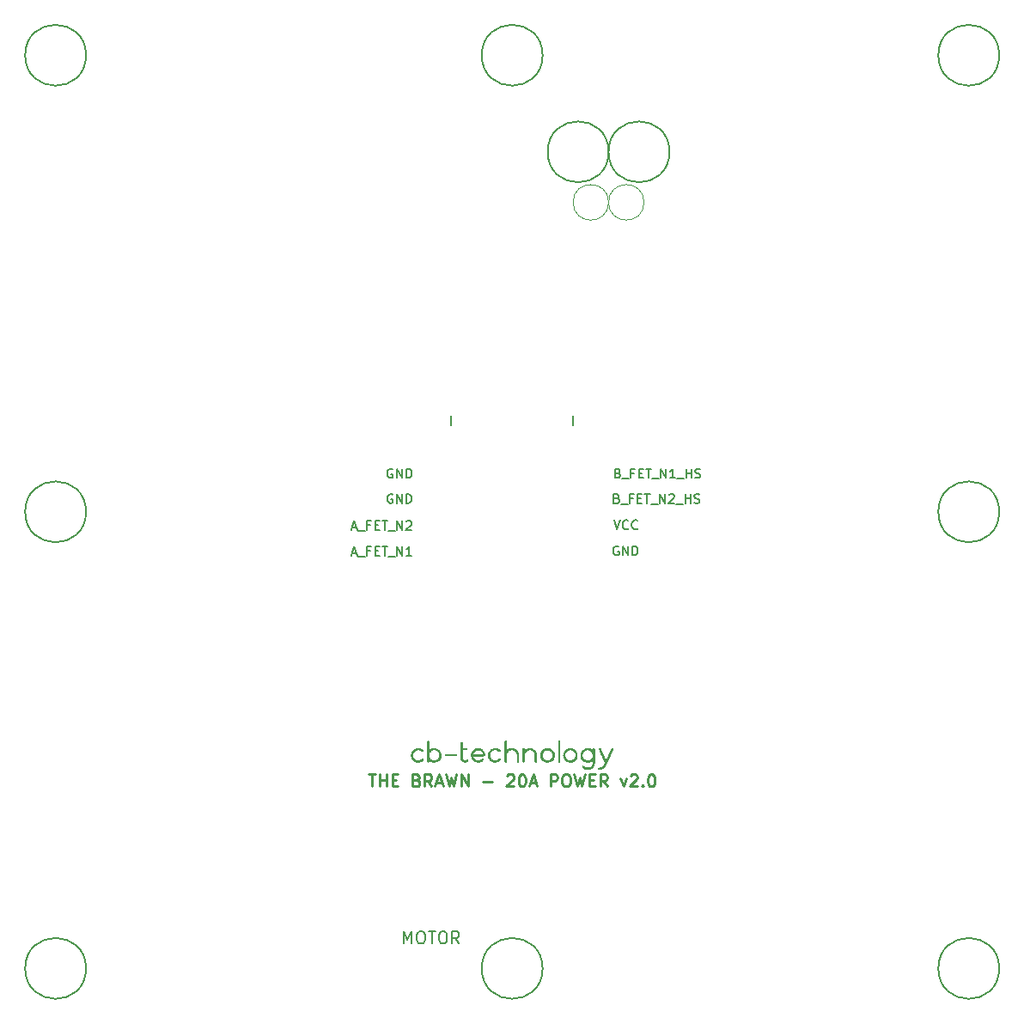
<source format=gbr>
%TF.GenerationSoftware,KiCad,Pcbnew,7.0.2-6a45011f42~172~ubuntu22.04.1*%
%TF.CreationDate,2023-05-30T13:32:28+12:00*%
%TF.ProjectId,THE_BRAWN-20A_POWER_FIXTURE,5448455f-4252-4415-974e-2d3230415f50,v1.0*%
%TF.SameCoordinates,Original*%
%TF.FileFunction,Legend,Top*%
%TF.FilePolarity,Positive*%
%FSLAX46Y46*%
G04 Gerber Fmt 4.6, Leading zero omitted, Abs format (unit mm)*
G04 Created by KiCad (PCBNEW 7.0.2-6a45011f42~172~ubuntu22.04.1) date 2023-05-30 13:32:28*
%MOMM*%
%LPD*%
G01*
G04 APERTURE LIST*
%ADD10C,0.150000*%
%ADD11C,0.200000*%
%ADD12C,0.250000*%
%ADD13C,0.120000*%
G04 APERTURE END LIST*
D10*
X214000000Y-130575000D02*
X214000000Y-131500000D01*
X226000000Y-130575000D02*
X226000000Y-131475000D01*
X230035714Y-140816357D02*
X230335714Y-141716357D01*
X230335714Y-141716357D02*
X230635714Y-140816357D01*
X231450000Y-141630642D02*
X231407143Y-141673500D01*
X231407143Y-141673500D02*
X231278571Y-141716357D01*
X231278571Y-141716357D02*
X231192857Y-141716357D01*
X231192857Y-141716357D02*
X231064286Y-141673500D01*
X231064286Y-141673500D02*
X230978571Y-141587785D01*
X230978571Y-141587785D02*
X230935714Y-141502071D01*
X230935714Y-141502071D02*
X230892857Y-141330642D01*
X230892857Y-141330642D02*
X230892857Y-141202071D01*
X230892857Y-141202071D02*
X230935714Y-141030642D01*
X230935714Y-141030642D02*
X230978571Y-140944928D01*
X230978571Y-140944928D02*
X231064286Y-140859214D01*
X231064286Y-140859214D02*
X231192857Y-140816357D01*
X231192857Y-140816357D02*
X231278571Y-140816357D01*
X231278571Y-140816357D02*
X231407143Y-140859214D01*
X231407143Y-140859214D02*
X231450000Y-140902071D01*
X232350000Y-141630642D02*
X232307143Y-141673500D01*
X232307143Y-141673500D02*
X232178571Y-141716357D01*
X232178571Y-141716357D02*
X232092857Y-141716357D01*
X232092857Y-141716357D02*
X231964286Y-141673500D01*
X231964286Y-141673500D02*
X231878571Y-141587785D01*
X231878571Y-141587785D02*
X231835714Y-141502071D01*
X231835714Y-141502071D02*
X231792857Y-141330642D01*
X231792857Y-141330642D02*
X231792857Y-141202071D01*
X231792857Y-141202071D02*
X231835714Y-141030642D01*
X231835714Y-141030642D02*
X231878571Y-140944928D01*
X231878571Y-140944928D02*
X231964286Y-140859214D01*
X231964286Y-140859214D02*
X232092857Y-140816357D01*
X232092857Y-140816357D02*
X232178571Y-140816357D01*
X232178571Y-140816357D02*
X232307143Y-140859214D01*
X232307143Y-140859214D02*
X232350000Y-140902071D01*
D11*
X209285714Y-182555142D02*
X209285714Y-181355142D01*
X209285714Y-181355142D02*
X209685714Y-182212285D01*
X209685714Y-182212285D02*
X210085714Y-181355142D01*
X210085714Y-181355142D02*
X210085714Y-182555142D01*
X210885714Y-181355142D02*
X211114286Y-181355142D01*
X211114286Y-181355142D02*
X211228571Y-181412285D01*
X211228571Y-181412285D02*
X211342857Y-181526571D01*
X211342857Y-181526571D02*
X211400000Y-181755142D01*
X211400000Y-181755142D02*
X211400000Y-182155142D01*
X211400000Y-182155142D02*
X211342857Y-182383714D01*
X211342857Y-182383714D02*
X211228571Y-182498000D01*
X211228571Y-182498000D02*
X211114286Y-182555142D01*
X211114286Y-182555142D02*
X210885714Y-182555142D01*
X210885714Y-182555142D02*
X210771429Y-182498000D01*
X210771429Y-182498000D02*
X210657143Y-182383714D01*
X210657143Y-182383714D02*
X210600000Y-182155142D01*
X210600000Y-182155142D02*
X210600000Y-181755142D01*
X210600000Y-181755142D02*
X210657143Y-181526571D01*
X210657143Y-181526571D02*
X210771429Y-181412285D01*
X210771429Y-181412285D02*
X210885714Y-181355142D01*
X211742857Y-181355142D02*
X212428572Y-181355142D01*
X212085714Y-182555142D02*
X212085714Y-181355142D01*
X213057143Y-181355142D02*
X213285715Y-181355142D01*
X213285715Y-181355142D02*
X213400000Y-181412285D01*
X213400000Y-181412285D02*
X213514286Y-181526571D01*
X213514286Y-181526571D02*
X213571429Y-181755142D01*
X213571429Y-181755142D02*
X213571429Y-182155142D01*
X213571429Y-182155142D02*
X213514286Y-182383714D01*
X213514286Y-182383714D02*
X213400000Y-182498000D01*
X213400000Y-182498000D02*
X213285715Y-182555142D01*
X213285715Y-182555142D02*
X213057143Y-182555142D01*
X213057143Y-182555142D02*
X212942858Y-182498000D01*
X212942858Y-182498000D02*
X212828572Y-182383714D01*
X212828572Y-182383714D02*
X212771429Y-182155142D01*
X212771429Y-182155142D02*
X212771429Y-181755142D01*
X212771429Y-181755142D02*
X212828572Y-181526571D01*
X212828572Y-181526571D02*
X212942858Y-181412285D01*
X212942858Y-181412285D02*
X213057143Y-181355142D01*
X214771429Y-182555142D02*
X214371429Y-181983714D01*
X214085715Y-182555142D02*
X214085715Y-181355142D01*
X214085715Y-181355142D02*
X214542858Y-181355142D01*
X214542858Y-181355142D02*
X214657143Y-181412285D01*
X214657143Y-181412285D02*
X214714286Y-181469428D01*
X214714286Y-181469428D02*
X214771429Y-181583714D01*
X214771429Y-181583714D02*
X214771429Y-181755142D01*
X214771429Y-181755142D02*
X214714286Y-181869428D01*
X214714286Y-181869428D02*
X214657143Y-181926571D01*
X214657143Y-181926571D02*
X214542858Y-181983714D01*
X214542858Y-181983714D02*
X214085715Y-181983714D01*
D10*
X230414285Y-136194928D02*
X230542857Y-136237785D01*
X230542857Y-136237785D02*
X230585714Y-136280642D01*
X230585714Y-136280642D02*
X230628571Y-136366357D01*
X230628571Y-136366357D02*
X230628571Y-136494928D01*
X230628571Y-136494928D02*
X230585714Y-136580642D01*
X230585714Y-136580642D02*
X230542857Y-136623500D01*
X230542857Y-136623500D02*
X230457142Y-136666357D01*
X230457142Y-136666357D02*
X230114285Y-136666357D01*
X230114285Y-136666357D02*
X230114285Y-135766357D01*
X230114285Y-135766357D02*
X230414285Y-135766357D01*
X230414285Y-135766357D02*
X230500000Y-135809214D01*
X230500000Y-135809214D02*
X230542857Y-135852071D01*
X230542857Y-135852071D02*
X230585714Y-135937785D01*
X230585714Y-135937785D02*
X230585714Y-136023500D01*
X230585714Y-136023500D02*
X230542857Y-136109214D01*
X230542857Y-136109214D02*
X230500000Y-136152071D01*
X230500000Y-136152071D02*
X230414285Y-136194928D01*
X230414285Y-136194928D02*
X230114285Y-136194928D01*
X230800000Y-136752071D02*
X231485714Y-136752071D01*
X231999999Y-136194928D02*
X231699999Y-136194928D01*
X231699999Y-136666357D02*
X231699999Y-135766357D01*
X231699999Y-135766357D02*
X232128571Y-135766357D01*
X232471428Y-136194928D02*
X232771428Y-136194928D01*
X232900000Y-136666357D02*
X232471428Y-136666357D01*
X232471428Y-136666357D02*
X232471428Y-135766357D01*
X232471428Y-135766357D02*
X232900000Y-135766357D01*
X233157143Y-135766357D02*
X233671429Y-135766357D01*
X233414286Y-136666357D02*
X233414286Y-135766357D01*
X233757143Y-136752071D02*
X234442857Y-136752071D01*
X234657142Y-136666357D02*
X234657142Y-135766357D01*
X234657142Y-135766357D02*
X235171428Y-136666357D01*
X235171428Y-136666357D02*
X235171428Y-135766357D01*
X236071428Y-136666357D02*
X235557142Y-136666357D01*
X235814285Y-136666357D02*
X235814285Y-135766357D01*
X235814285Y-135766357D02*
X235728571Y-135894928D01*
X235728571Y-135894928D02*
X235642856Y-135980642D01*
X235642856Y-135980642D02*
X235557142Y-136023500D01*
X236242857Y-136752071D02*
X236928571Y-136752071D01*
X237142856Y-136666357D02*
X237142856Y-135766357D01*
X237142856Y-136194928D02*
X237657142Y-136194928D01*
X237657142Y-136666357D02*
X237657142Y-135766357D01*
X238042856Y-136623500D02*
X238171428Y-136666357D01*
X238171428Y-136666357D02*
X238385713Y-136666357D01*
X238385713Y-136666357D02*
X238471428Y-136623500D01*
X238471428Y-136623500D02*
X238514285Y-136580642D01*
X238514285Y-136580642D02*
X238557142Y-136494928D01*
X238557142Y-136494928D02*
X238557142Y-136409214D01*
X238557142Y-136409214D02*
X238514285Y-136323500D01*
X238514285Y-136323500D02*
X238471428Y-136280642D01*
X238471428Y-136280642D02*
X238385713Y-136237785D01*
X238385713Y-136237785D02*
X238214285Y-136194928D01*
X238214285Y-136194928D02*
X238128570Y-136152071D01*
X238128570Y-136152071D02*
X238085713Y-136109214D01*
X238085713Y-136109214D02*
X238042856Y-136023500D01*
X238042856Y-136023500D02*
X238042856Y-135937785D01*
X238042856Y-135937785D02*
X238085713Y-135852071D01*
X238085713Y-135852071D02*
X238128570Y-135809214D01*
X238128570Y-135809214D02*
X238214285Y-135766357D01*
X238214285Y-135766357D02*
X238428570Y-135766357D01*
X238428570Y-135766357D02*
X238557142Y-135809214D01*
X204207142Y-144059214D02*
X204635714Y-144059214D01*
X204121428Y-144316357D02*
X204421428Y-143416357D01*
X204421428Y-143416357D02*
X204721428Y-144316357D01*
X204807143Y-144402071D02*
X205492857Y-144402071D01*
X206007142Y-143844928D02*
X205707142Y-143844928D01*
X205707142Y-144316357D02*
X205707142Y-143416357D01*
X205707142Y-143416357D02*
X206135714Y-143416357D01*
X206478571Y-143844928D02*
X206778571Y-143844928D01*
X206907143Y-144316357D02*
X206478571Y-144316357D01*
X206478571Y-144316357D02*
X206478571Y-143416357D01*
X206478571Y-143416357D02*
X206907143Y-143416357D01*
X207164286Y-143416357D02*
X207678572Y-143416357D01*
X207421429Y-144316357D02*
X207421429Y-143416357D01*
X207764286Y-144402071D02*
X208450000Y-144402071D01*
X208664285Y-144316357D02*
X208664285Y-143416357D01*
X208664285Y-143416357D02*
X209178571Y-144316357D01*
X209178571Y-144316357D02*
X209178571Y-143416357D01*
X210078571Y-144316357D02*
X209564285Y-144316357D01*
X209821428Y-144316357D02*
X209821428Y-143416357D01*
X209821428Y-143416357D02*
X209735714Y-143544928D01*
X209735714Y-143544928D02*
X209649999Y-143630642D01*
X209649999Y-143630642D02*
X209564285Y-143673500D01*
X230314285Y-138694928D02*
X230442857Y-138737785D01*
X230442857Y-138737785D02*
X230485714Y-138780642D01*
X230485714Y-138780642D02*
X230528571Y-138866357D01*
X230528571Y-138866357D02*
X230528571Y-138994928D01*
X230528571Y-138994928D02*
X230485714Y-139080642D01*
X230485714Y-139080642D02*
X230442857Y-139123500D01*
X230442857Y-139123500D02*
X230357142Y-139166357D01*
X230357142Y-139166357D02*
X230014285Y-139166357D01*
X230014285Y-139166357D02*
X230014285Y-138266357D01*
X230014285Y-138266357D02*
X230314285Y-138266357D01*
X230314285Y-138266357D02*
X230400000Y-138309214D01*
X230400000Y-138309214D02*
X230442857Y-138352071D01*
X230442857Y-138352071D02*
X230485714Y-138437785D01*
X230485714Y-138437785D02*
X230485714Y-138523500D01*
X230485714Y-138523500D02*
X230442857Y-138609214D01*
X230442857Y-138609214D02*
X230400000Y-138652071D01*
X230400000Y-138652071D02*
X230314285Y-138694928D01*
X230314285Y-138694928D02*
X230014285Y-138694928D01*
X230700000Y-139252071D02*
X231385714Y-139252071D01*
X231899999Y-138694928D02*
X231599999Y-138694928D01*
X231599999Y-139166357D02*
X231599999Y-138266357D01*
X231599999Y-138266357D02*
X232028571Y-138266357D01*
X232371428Y-138694928D02*
X232671428Y-138694928D01*
X232800000Y-139166357D02*
X232371428Y-139166357D01*
X232371428Y-139166357D02*
X232371428Y-138266357D01*
X232371428Y-138266357D02*
X232800000Y-138266357D01*
X233057143Y-138266357D02*
X233571429Y-138266357D01*
X233314286Y-139166357D02*
X233314286Y-138266357D01*
X233657143Y-139252071D02*
X234342857Y-139252071D01*
X234557142Y-139166357D02*
X234557142Y-138266357D01*
X234557142Y-138266357D02*
X235071428Y-139166357D01*
X235071428Y-139166357D02*
X235071428Y-138266357D01*
X235457142Y-138352071D02*
X235499999Y-138309214D01*
X235499999Y-138309214D02*
X235585714Y-138266357D01*
X235585714Y-138266357D02*
X235799999Y-138266357D01*
X235799999Y-138266357D02*
X235885714Y-138309214D01*
X235885714Y-138309214D02*
X235928571Y-138352071D01*
X235928571Y-138352071D02*
X235971428Y-138437785D01*
X235971428Y-138437785D02*
X235971428Y-138523500D01*
X235971428Y-138523500D02*
X235928571Y-138652071D01*
X235928571Y-138652071D02*
X235414285Y-139166357D01*
X235414285Y-139166357D02*
X235971428Y-139166357D01*
X236142857Y-139252071D02*
X236828571Y-139252071D01*
X237042856Y-139166357D02*
X237042856Y-138266357D01*
X237042856Y-138694928D02*
X237557142Y-138694928D01*
X237557142Y-139166357D02*
X237557142Y-138266357D01*
X237942856Y-139123500D02*
X238071428Y-139166357D01*
X238071428Y-139166357D02*
X238285713Y-139166357D01*
X238285713Y-139166357D02*
X238371428Y-139123500D01*
X238371428Y-139123500D02*
X238414285Y-139080642D01*
X238414285Y-139080642D02*
X238457142Y-138994928D01*
X238457142Y-138994928D02*
X238457142Y-138909214D01*
X238457142Y-138909214D02*
X238414285Y-138823500D01*
X238414285Y-138823500D02*
X238371428Y-138780642D01*
X238371428Y-138780642D02*
X238285713Y-138737785D01*
X238285713Y-138737785D02*
X238114285Y-138694928D01*
X238114285Y-138694928D02*
X238028570Y-138652071D01*
X238028570Y-138652071D02*
X237985713Y-138609214D01*
X237985713Y-138609214D02*
X237942856Y-138523500D01*
X237942856Y-138523500D02*
X237942856Y-138437785D01*
X237942856Y-138437785D02*
X237985713Y-138352071D01*
X237985713Y-138352071D02*
X238028570Y-138309214D01*
X238028570Y-138309214D02*
X238114285Y-138266357D01*
X238114285Y-138266357D02*
X238328570Y-138266357D01*
X238328570Y-138266357D02*
X238457142Y-138309214D01*
X204207142Y-141509214D02*
X204635714Y-141509214D01*
X204121428Y-141766357D02*
X204421428Y-140866357D01*
X204421428Y-140866357D02*
X204721428Y-141766357D01*
X204807143Y-141852071D02*
X205492857Y-141852071D01*
X206007142Y-141294928D02*
X205707142Y-141294928D01*
X205707142Y-141766357D02*
X205707142Y-140866357D01*
X205707142Y-140866357D02*
X206135714Y-140866357D01*
X206478571Y-141294928D02*
X206778571Y-141294928D01*
X206907143Y-141766357D02*
X206478571Y-141766357D01*
X206478571Y-141766357D02*
X206478571Y-140866357D01*
X206478571Y-140866357D02*
X206907143Y-140866357D01*
X207164286Y-140866357D02*
X207678572Y-140866357D01*
X207421429Y-141766357D02*
X207421429Y-140866357D01*
X207764286Y-141852071D02*
X208450000Y-141852071D01*
X208664285Y-141766357D02*
X208664285Y-140866357D01*
X208664285Y-140866357D02*
X209178571Y-141766357D01*
X209178571Y-141766357D02*
X209178571Y-140866357D01*
X209564285Y-140952071D02*
X209607142Y-140909214D01*
X209607142Y-140909214D02*
X209692857Y-140866357D01*
X209692857Y-140866357D02*
X209907142Y-140866357D01*
X209907142Y-140866357D02*
X209992857Y-140909214D01*
X209992857Y-140909214D02*
X210035714Y-140952071D01*
X210035714Y-140952071D02*
X210078571Y-141037785D01*
X210078571Y-141037785D02*
X210078571Y-141123500D01*
X210078571Y-141123500D02*
X210035714Y-141252071D01*
X210035714Y-141252071D02*
X209521428Y-141766357D01*
X209521428Y-141766357D02*
X210078571Y-141766357D01*
X208192857Y-138309214D02*
X208107143Y-138266357D01*
X208107143Y-138266357D02*
X207978571Y-138266357D01*
X207978571Y-138266357D02*
X207850000Y-138309214D01*
X207850000Y-138309214D02*
X207764285Y-138394928D01*
X207764285Y-138394928D02*
X207721428Y-138480642D01*
X207721428Y-138480642D02*
X207678571Y-138652071D01*
X207678571Y-138652071D02*
X207678571Y-138780642D01*
X207678571Y-138780642D02*
X207721428Y-138952071D01*
X207721428Y-138952071D02*
X207764285Y-139037785D01*
X207764285Y-139037785D02*
X207850000Y-139123500D01*
X207850000Y-139123500D02*
X207978571Y-139166357D01*
X207978571Y-139166357D02*
X208064285Y-139166357D01*
X208064285Y-139166357D02*
X208192857Y-139123500D01*
X208192857Y-139123500D02*
X208235714Y-139080642D01*
X208235714Y-139080642D02*
X208235714Y-138780642D01*
X208235714Y-138780642D02*
X208064285Y-138780642D01*
X208621428Y-139166357D02*
X208621428Y-138266357D01*
X208621428Y-138266357D02*
X209135714Y-139166357D01*
X209135714Y-139166357D02*
X209135714Y-138266357D01*
X209564285Y-139166357D02*
X209564285Y-138266357D01*
X209564285Y-138266357D02*
X209778571Y-138266357D01*
X209778571Y-138266357D02*
X209907142Y-138309214D01*
X209907142Y-138309214D02*
X209992857Y-138394928D01*
X209992857Y-138394928D02*
X210035714Y-138480642D01*
X210035714Y-138480642D02*
X210078571Y-138652071D01*
X210078571Y-138652071D02*
X210078571Y-138780642D01*
X210078571Y-138780642D02*
X210035714Y-138952071D01*
X210035714Y-138952071D02*
X209992857Y-139037785D01*
X209992857Y-139037785D02*
X209907142Y-139123500D01*
X209907142Y-139123500D02*
X209778571Y-139166357D01*
X209778571Y-139166357D02*
X209564285Y-139166357D01*
X208192857Y-135809214D02*
X208107143Y-135766357D01*
X208107143Y-135766357D02*
X207978571Y-135766357D01*
X207978571Y-135766357D02*
X207850000Y-135809214D01*
X207850000Y-135809214D02*
X207764285Y-135894928D01*
X207764285Y-135894928D02*
X207721428Y-135980642D01*
X207721428Y-135980642D02*
X207678571Y-136152071D01*
X207678571Y-136152071D02*
X207678571Y-136280642D01*
X207678571Y-136280642D02*
X207721428Y-136452071D01*
X207721428Y-136452071D02*
X207764285Y-136537785D01*
X207764285Y-136537785D02*
X207850000Y-136623500D01*
X207850000Y-136623500D02*
X207978571Y-136666357D01*
X207978571Y-136666357D02*
X208064285Y-136666357D01*
X208064285Y-136666357D02*
X208192857Y-136623500D01*
X208192857Y-136623500D02*
X208235714Y-136580642D01*
X208235714Y-136580642D02*
X208235714Y-136280642D01*
X208235714Y-136280642D02*
X208064285Y-136280642D01*
X208621428Y-136666357D02*
X208621428Y-135766357D01*
X208621428Y-135766357D02*
X209135714Y-136666357D01*
X209135714Y-136666357D02*
X209135714Y-135766357D01*
X209564285Y-136666357D02*
X209564285Y-135766357D01*
X209564285Y-135766357D02*
X209778571Y-135766357D01*
X209778571Y-135766357D02*
X209907142Y-135809214D01*
X209907142Y-135809214D02*
X209992857Y-135894928D01*
X209992857Y-135894928D02*
X210035714Y-135980642D01*
X210035714Y-135980642D02*
X210078571Y-136152071D01*
X210078571Y-136152071D02*
X210078571Y-136280642D01*
X210078571Y-136280642D02*
X210035714Y-136452071D01*
X210035714Y-136452071D02*
X209992857Y-136537785D01*
X209992857Y-136537785D02*
X209907142Y-136623500D01*
X209907142Y-136623500D02*
X209778571Y-136666357D01*
X209778571Y-136666357D02*
X209564285Y-136666357D01*
D12*
X205828570Y-165855142D02*
X206514285Y-165855142D01*
X206171427Y-167055142D02*
X206171427Y-165855142D01*
X206914285Y-167055142D02*
X206914285Y-165855142D01*
X206914285Y-166426571D02*
X207599999Y-166426571D01*
X207599999Y-167055142D02*
X207599999Y-165855142D01*
X208171428Y-166426571D02*
X208571428Y-166426571D01*
X208742856Y-167055142D02*
X208171428Y-167055142D01*
X208171428Y-167055142D02*
X208171428Y-165855142D01*
X208171428Y-165855142D02*
X208742856Y-165855142D01*
X210571428Y-166426571D02*
X210742856Y-166483714D01*
X210742856Y-166483714D02*
X210799999Y-166540857D01*
X210799999Y-166540857D02*
X210857142Y-166655142D01*
X210857142Y-166655142D02*
X210857142Y-166826571D01*
X210857142Y-166826571D02*
X210799999Y-166940857D01*
X210799999Y-166940857D02*
X210742856Y-166998000D01*
X210742856Y-166998000D02*
X210628571Y-167055142D01*
X210628571Y-167055142D02*
X210171428Y-167055142D01*
X210171428Y-167055142D02*
X210171428Y-165855142D01*
X210171428Y-165855142D02*
X210571428Y-165855142D01*
X210571428Y-165855142D02*
X210685714Y-165912285D01*
X210685714Y-165912285D02*
X210742856Y-165969428D01*
X210742856Y-165969428D02*
X210799999Y-166083714D01*
X210799999Y-166083714D02*
X210799999Y-166198000D01*
X210799999Y-166198000D02*
X210742856Y-166312285D01*
X210742856Y-166312285D02*
X210685714Y-166369428D01*
X210685714Y-166369428D02*
X210571428Y-166426571D01*
X210571428Y-166426571D02*
X210171428Y-166426571D01*
X212057142Y-167055142D02*
X211657142Y-166483714D01*
X211371428Y-167055142D02*
X211371428Y-165855142D01*
X211371428Y-165855142D02*
X211828571Y-165855142D01*
X211828571Y-165855142D02*
X211942856Y-165912285D01*
X211942856Y-165912285D02*
X211999999Y-165969428D01*
X211999999Y-165969428D02*
X212057142Y-166083714D01*
X212057142Y-166083714D02*
X212057142Y-166255142D01*
X212057142Y-166255142D02*
X211999999Y-166369428D01*
X211999999Y-166369428D02*
X211942856Y-166426571D01*
X211942856Y-166426571D02*
X211828571Y-166483714D01*
X211828571Y-166483714D02*
X211371428Y-166483714D01*
X212514285Y-166712285D02*
X213085714Y-166712285D01*
X212399999Y-167055142D02*
X212799999Y-165855142D01*
X212799999Y-165855142D02*
X213199999Y-167055142D01*
X213485713Y-165855142D02*
X213771427Y-167055142D01*
X213771427Y-167055142D02*
X213999999Y-166198000D01*
X213999999Y-166198000D02*
X214228570Y-167055142D01*
X214228570Y-167055142D02*
X214514285Y-165855142D01*
X214971428Y-167055142D02*
X214971428Y-165855142D01*
X214971428Y-165855142D02*
X215657142Y-167055142D01*
X215657142Y-167055142D02*
X215657142Y-165855142D01*
X217142857Y-166598000D02*
X218057143Y-166598000D01*
X219485714Y-165969428D02*
X219542857Y-165912285D01*
X219542857Y-165912285D02*
X219657143Y-165855142D01*
X219657143Y-165855142D02*
X219942857Y-165855142D01*
X219942857Y-165855142D02*
X220057143Y-165912285D01*
X220057143Y-165912285D02*
X220114285Y-165969428D01*
X220114285Y-165969428D02*
X220171428Y-166083714D01*
X220171428Y-166083714D02*
X220171428Y-166198000D01*
X220171428Y-166198000D02*
X220114285Y-166369428D01*
X220114285Y-166369428D02*
X219428571Y-167055142D01*
X219428571Y-167055142D02*
X220171428Y-167055142D01*
X220914285Y-165855142D02*
X221028571Y-165855142D01*
X221028571Y-165855142D02*
X221142857Y-165912285D01*
X221142857Y-165912285D02*
X221200000Y-165969428D01*
X221200000Y-165969428D02*
X221257142Y-166083714D01*
X221257142Y-166083714D02*
X221314285Y-166312285D01*
X221314285Y-166312285D02*
X221314285Y-166598000D01*
X221314285Y-166598000D02*
X221257142Y-166826571D01*
X221257142Y-166826571D02*
X221200000Y-166940857D01*
X221200000Y-166940857D02*
X221142857Y-166998000D01*
X221142857Y-166998000D02*
X221028571Y-167055142D01*
X221028571Y-167055142D02*
X220914285Y-167055142D01*
X220914285Y-167055142D02*
X220800000Y-166998000D01*
X220800000Y-166998000D02*
X220742857Y-166940857D01*
X220742857Y-166940857D02*
X220685714Y-166826571D01*
X220685714Y-166826571D02*
X220628571Y-166598000D01*
X220628571Y-166598000D02*
X220628571Y-166312285D01*
X220628571Y-166312285D02*
X220685714Y-166083714D01*
X220685714Y-166083714D02*
X220742857Y-165969428D01*
X220742857Y-165969428D02*
X220800000Y-165912285D01*
X220800000Y-165912285D02*
X220914285Y-165855142D01*
X221771428Y-166712285D02*
X222342857Y-166712285D01*
X221657142Y-167055142D02*
X222057142Y-165855142D01*
X222057142Y-165855142D02*
X222457142Y-167055142D01*
X223771428Y-167055142D02*
X223771428Y-165855142D01*
X223771428Y-165855142D02*
X224228571Y-165855142D01*
X224228571Y-165855142D02*
X224342856Y-165912285D01*
X224342856Y-165912285D02*
X224399999Y-165969428D01*
X224399999Y-165969428D02*
X224457142Y-166083714D01*
X224457142Y-166083714D02*
X224457142Y-166255142D01*
X224457142Y-166255142D02*
X224399999Y-166369428D01*
X224399999Y-166369428D02*
X224342856Y-166426571D01*
X224342856Y-166426571D02*
X224228571Y-166483714D01*
X224228571Y-166483714D02*
X223771428Y-166483714D01*
X225199999Y-165855142D02*
X225428571Y-165855142D01*
X225428571Y-165855142D02*
X225542856Y-165912285D01*
X225542856Y-165912285D02*
X225657142Y-166026571D01*
X225657142Y-166026571D02*
X225714285Y-166255142D01*
X225714285Y-166255142D02*
X225714285Y-166655142D01*
X225714285Y-166655142D02*
X225657142Y-166883714D01*
X225657142Y-166883714D02*
X225542856Y-166998000D01*
X225542856Y-166998000D02*
X225428571Y-167055142D01*
X225428571Y-167055142D02*
X225199999Y-167055142D01*
X225199999Y-167055142D02*
X225085714Y-166998000D01*
X225085714Y-166998000D02*
X224971428Y-166883714D01*
X224971428Y-166883714D02*
X224914285Y-166655142D01*
X224914285Y-166655142D02*
X224914285Y-166255142D01*
X224914285Y-166255142D02*
X224971428Y-166026571D01*
X224971428Y-166026571D02*
X225085714Y-165912285D01*
X225085714Y-165912285D02*
X225199999Y-165855142D01*
X226114285Y-165855142D02*
X226399999Y-167055142D01*
X226399999Y-167055142D02*
X226628571Y-166198000D01*
X226628571Y-166198000D02*
X226857142Y-167055142D01*
X226857142Y-167055142D02*
X227142857Y-165855142D01*
X227600000Y-166426571D02*
X228000000Y-166426571D01*
X228171428Y-167055142D02*
X227600000Y-167055142D01*
X227600000Y-167055142D02*
X227600000Y-165855142D01*
X227600000Y-165855142D02*
X228171428Y-165855142D01*
X229371428Y-167055142D02*
X228971428Y-166483714D01*
X228685714Y-167055142D02*
X228685714Y-165855142D01*
X228685714Y-165855142D02*
X229142857Y-165855142D01*
X229142857Y-165855142D02*
X229257142Y-165912285D01*
X229257142Y-165912285D02*
X229314285Y-165969428D01*
X229314285Y-165969428D02*
X229371428Y-166083714D01*
X229371428Y-166083714D02*
X229371428Y-166255142D01*
X229371428Y-166255142D02*
X229314285Y-166369428D01*
X229314285Y-166369428D02*
X229257142Y-166426571D01*
X229257142Y-166426571D02*
X229142857Y-166483714D01*
X229142857Y-166483714D02*
X228685714Y-166483714D01*
X230685714Y-166255142D02*
X230971428Y-167055142D01*
X230971428Y-167055142D02*
X231257143Y-166255142D01*
X231657143Y-165969428D02*
X231714286Y-165912285D01*
X231714286Y-165912285D02*
X231828572Y-165855142D01*
X231828572Y-165855142D02*
X232114286Y-165855142D01*
X232114286Y-165855142D02*
X232228572Y-165912285D01*
X232228572Y-165912285D02*
X232285714Y-165969428D01*
X232285714Y-165969428D02*
X232342857Y-166083714D01*
X232342857Y-166083714D02*
X232342857Y-166198000D01*
X232342857Y-166198000D02*
X232285714Y-166369428D01*
X232285714Y-166369428D02*
X231600000Y-167055142D01*
X231600000Y-167055142D02*
X232342857Y-167055142D01*
X232857143Y-166940857D02*
X232914286Y-166998000D01*
X232914286Y-166998000D02*
X232857143Y-167055142D01*
X232857143Y-167055142D02*
X232800000Y-166998000D01*
X232800000Y-166998000D02*
X232857143Y-166940857D01*
X232857143Y-166940857D02*
X232857143Y-167055142D01*
X233657143Y-165855142D02*
X233771429Y-165855142D01*
X233771429Y-165855142D02*
X233885715Y-165912285D01*
X233885715Y-165912285D02*
X233942858Y-165969428D01*
X233942858Y-165969428D02*
X234000000Y-166083714D01*
X234000000Y-166083714D02*
X234057143Y-166312285D01*
X234057143Y-166312285D02*
X234057143Y-166598000D01*
X234057143Y-166598000D02*
X234000000Y-166826571D01*
X234000000Y-166826571D02*
X233942858Y-166940857D01*
X233942858Y-166940857D02*
X233885715Y-166998000D01*
X233885715Y-166998000D02*
X233771429Y-167055142D01*
X233771429Y-167055142D02*
X233657143Y-167055142D01*
X233657143Y-167055142D02*
X233542858Y-166998000D01*
X233542858Y-166998000D02*
X233485715Y-166940857D01*
X233485715Y-166940857D02*
X233428572Y-166826571D01*
X233428572Y-166826571D02*
X233371429Y-166598000D01*
X233371429Y-166598000D02*
X233371429Y-166312285D01*
X233371429Y-166312285D02*
X233428572Y-166083714D01*
X233428572Y-166083714D02*
X233485715Y-165969428D01*
X233485715Y-165969428D02*
X233542858Y-165912285D01*
X233542858Y-165912285D02*
X233657143Y-165855142D01*
D10*
X230485714Y-143409214D02*
X230400000Y-143366357D01*
X230400000Y-143366357D02*
X230271428Y-143366357D01*
X230271428Y-143366357D02*
X230142857Y-143409214D01*
X230142857Y-143409214D02*
X230057142Y-143494928D01*
X230057142Y-143494928D02*
X230014285Y-143580642D01*
X230014285Y-143580642D02*
X229971428Y-143752071D01*
X229971428Y-143752071D02*
X229971428Y-143880642D01*
X229971428Y-143880642D02*
X230014285Y-144052071D01*
X230014285Y-144052071D02*
X230057142Y-144137785D01*
X230057142Y-144137785D02*
X230142857Y-144223500D01*
X230142857Y-144223500D02*
X230271428Y-144266357D01*
X230271428Y-144266357D02*
X230357142Y-144266357D01*
X230357142Y-144266357D02*
X230485714Y-144223500D01*
X230485714Y-144223500D02*
X230528571Y-144180642D01*
X230528571Y-144180642D02*
X230528571Y-143880642D01*
X230528571Y-143880642D02*
X230357142Y-143880642D01*
X230914285Y-144266357D02*
X230914285Y-143366357D01*
X230914285Y-143366357D02*
X231428571Y-144266357D01*
X231428571Y-144266357D02*
X231428571Y-143366357D01*
X231857142Y-144266357D02*
X231857142Y-143366357D01*
X231857142Y-143366357D02*
X232071428Y-143366357D01*
X232071428Y-143366357D02*
X232199999Y-143409214D01*
X232199999Y-143409214D02*
X232285714Y-143494928D01*
X232285714Y-143494928D02*
X232328571Y-143580642D01*
X232328571Y-143580642D02*
X232371428Y-143752071D01*
X232371428Y-143752071D02*
X232371428Y-143880642D01*
X232371428Y-143880642D02*
X232328571Y-144052071D01*
X232328571Y-144052071D02*
X232285714Y-144137785D01*
X232285714Y-144137785D02*
X232199999Y-144223500D01*
X232199999Y-144223500D02*
X232071428Y-144266357D01*
X232071428Y-144266357D02*
X231857142Y-144266357D01*
%TO.C,M3*%
X268000000Y-185000000D02*
G75*
G03*
X268000000Y-185000000I-3000000J0D01*
G01*
%TO.C,M5*%
X178000000Y-95000000D02*
G75*
G03*
X178000000Y-95000000I-3000000J0D01*
G01*
%TO.C,M6*%
X268000000Y-140000000D02*
G75*
G03*
X268000000Y-140000000I-3000000J0D01*
G01*
%TO.C,M11*%
X235500000Y-104525000D02*
G75*
G03*
X235500000Y-104525000I-3000000J0D01*
G01*
%TO.C,G\u002A\u002A\u002A*%
G36*
X214549223Y-163894627D02*
G01*
X214576902Y-163920566D01*
X214594516Y-163953913D01*
X214600663Y-163991975D01*
X214600653Y-163993348D01*
X214594299Y-164031109D01*
X214576036Y-164063200D01*
X214553631Y-164084478D01*
X214529198Y-164103117D01*
X213989808Y-164104570D01*
X213892432Y-164104824D01*
X213807468Y-164105013D01*
X213734025Y-164105120D01*
X213671211Y-164105126D01*
X213618134Y-164105013D01*
X213573900Y-164104763D01*
X213537619Y-164104358D01*
X213508397Y-164103779D01*
X213485343Y-164103009D01*
X213467564Y-164102029D01*
X213454169Y-164100820D01*
X213444264Y-164099366D01*
X213436958Y-164097647D01*
X213431358Y-164095645D01*
X213426573Y-164093342D01*
X213426071Y-164093077D01*
X213395775Y-164070330D01*
X213375536Y-164041277D01*
X213365396Y-164008372D01*
X213365399Y-163974072D01*
X213375588Y-163940833D01*
X213396006Y-163911109D01*
X213422483Y-163889802D01*
X213426702Y-163887478D01*
X213431752Y-163885451D01*
X213438519Y-163883702D01*
X213447891Y-163882209D01*
X213460756Y-163880953D01*
X213477999Y-163879914D01*
X213500508Y-163879070D01*
X213529170Y-163878402D01*
X213564872Y-163877888D01*
X213608502Y-163877510D01*
X213660945Y-163877246D01*
X213723090Y-163877076D01*
X213795823Y-163876979D01*
X213880032Y-163876936D01*
X213976603Y-163876926D01*
X214522475Y-163876926D01*
X214549223Y-163894627D01*
G37*
G36*
X224667009Y-162552626D02*
G01*
X224691792Y-162562490D01*
X224716932Y-162580840D01*
X224737853Y-162603804D01*
X224747690Y-162620911D01*
X224749019Y-162630702D01*
X224750252Y-162652890D01*
X224751391Y-162686572D01*
X224752436Y-162730843D01*
X224753387Y-162784802D01*
X224754244Y-162847545D01*
X224755006Y-162918169D01*
X224755675Y-162995770D01*
X224756249Y-163079446D01*
X224756730Y-163168293D01*
X224757117Y-163261408D01*
X224757411Y-163357888D01*
X224757610Y-163456830D01*
X224757717Y-163557330D01*
X224757729Y-163658486D01*
X224757649Y-163759394D01*
X224757475Y-163859151D01*
X224757208Y-163956853D01*
X224756847Y-164051598D01*
X224756394Y-164142483D01*
X224755847Y-164228604D01*
X224755208Y-164309058D01*
X224754476Y-164382941D01*
X224753651Y-164449352D01*
X224752734Y-164507386D01*
X224751723Y-164556140D01*
X224750621Y-164594711D01*
X224749425Y-164622197D01*
X224748138Y-164637693D01*
X224747519Y-164640536D01*
X224727024Y-164673113D01*
X224698827Y-164696036D01*
X224665218Y-164708435D01*
X224628487Y-164709441D01*
X224593029Y-164699163D01*
X224562671Y-164678668D01*
X224541406Y-164648703D01*
X224530818Y-164618036D01*
X224529731Y-164606478D01*
X224528762Y-164581619D01*
X224527912Y-164543461D01*
X224527180Y-164492008D01*
X224526567Y-164427263D01*
X224526072Y-164349230D01*
X224525696Y-164257912D01*
X224525438Y-164153313D01*
X224525298Y-164035435D01*
X224525277Y-163904282D01*
X224525374Y-163759858D01*
X224525570Y-163614144D01*
X224525789Y-163481217D01*
X224525996Y-163360944D01*
X224526201Y-163252672D01*
X224526416Y-163155750D01*
X224526649Y-163069524D01*
X224526911Y-162993344D01*
X224527212Y-162926557D01*
X224527562Y-162868512D01*
X224527971Y-162818555D01*
X224528449Y-162776036D01*
X224529006Y-162740302D01*
X224529653Y-162710701D01*
X224530399Y-162686581D01*
X224531255Y-162667291D01*
X224532230Y-162652177D01*
X224533335Y-162640588D01*
X224534579Y-162631873D01*
X224535973Y-162625378D01*
X224537528Y-162620452D01*
X224539252Y-162616444D01*
X224541045Y-162612913D01*
X224564005Y-162582399D01*
X224594780Y-162561457D01*
X224630834Y-162551302D01*
X224667009Y-162552626D01*
G37*
G36*
X223617816Y-163282241D02*
G01*
X223709741Y-163304680D01*
X223797093Y-163339587D01*
X223879693Y-163386897D01*
X223957358Y-163446549D01*
X223983860Y-163470827D01*
X224033789Y-163521897D01*
X224074508Y-163571422D01*
X224108938Y-163623319D01*
X224137974Y-163677345D01*
X224173321Y-163764163D01*
X224196742Y-163855064D01*
X224208229Y-163948356D01*
X224207775Y-164042350D01*
X224195370Y-164135354D01*
X224171007Y-164225679D01*
X224141015Y-164298826D01*
X224092985Y-164383845D01*
X224034977Y-164460905D01*
X223967997Y-164529203D01*
X223893049Y-164587938D01*
X223811139Y-164636310D01*
X223723273Y-164673516D01*
X223642455Y-164696247D01*
X223601539Y-164702814D01*
X223552042Y-164707128D01*
X223498372Y-164709116D01*
X223444937Y-164708703D01*
X223396147Y-164705816D01*
X223359653Y-164701004D01*
X223265316Y-164676894D01*
X223176176Y-164640755D01*
X223092969Y-164593097D01*
X223016432Y-164534426D01*
X222947303Y-164465251D01*
X222886317Y-164386080D01*
X222872934Y-164365582D01*
X222830081Y-164285609D01*
X222798576Y-164200410D01*
X222778354Y-164111550D01*
X222769348Y-164020592D01*
X222770398Y-163975801D01*
X223000412Y-163975801D01*
X223003691Y-164050116D01*
X223016748Y-164122189D01*
X223039418Y-164188545D01*
X223040916Y-164191906D01*
X223077747Y-164258187D01*
X223124960Y-164318580D01*
X223180748Y-164371539D01*
X223243302Y-164415518D01*
X223310814Y-164448974D01*
X223361139Y-164465589D01*
X223407915Y-164474237D01*
X223462148Y-164478507D01*
X223518727Y-164478389D01*
X223572539Y-164473872D01*
X223614039Y-164466125D01*
X223686278Y-164440943D01*
X223753658Y-164404234D01*
X223814790Y-164357313D01*
X223868285Y-164301498D01*
X223912753Y-164238107D01*
X223946805Y-164168455D01*
X223956423Y-164141557D01*
X223970525Y-164081940D01*
X223977224Y-164016213D01*
X223976342Y-163949440D01*
X223967700Y-163886685D01*
X223965701Y-163877839D01*
X223941121Y-163803103D01*
X223904880Y-163733345D01*
X223858163Y-163670082D01*
X223802159Y-163614828D01*
X223738051Y-163569101D01*
X223713405Y-163555360D01*
X223666015Y-163533383D01*
X223620035Y-163518208D01*
X223570597Y-163508552D01*
X223515829Y-163503314D01*
X223446243Y-163503793D01*
X223378089Y-163513254D01*
X223315667Y-163531036D01*
X223303064Y-163536026D01*
X223236726Y-163570656D01*
X223175241Y-163616080D01*
X223120442Y-163670339D01*
X223074162Y-163731475D01*
X223038233Y-163797531D01*
X223023853Y-163834340D01*
X223007078Y-163902718D01*
X223000412Y-163975801D01*
X222770398Y-163975801D01*
X222771493Y-163929102D01*
X222784721Y-163838642D01*
X222808966Y-163750778D01*
X222844162Y-163667073D01*
X222890244Y-163589091D01*
X222906796Y-163566234D01*
X222972447Y-163490016D01*
X223045230Y-163424525D01*
X223124426Y-163370168D01*
X223209314Y-163327354D01*
X223299174Y-163296491D01*
X223393287Y-163277986D01*
X223420973Y-163275015D01*
X223521500Y-163272332D01*
X223617816Y-163282241D01*
G37*
G36*
X225835645Y-163278731D02*
G01*
X225926326Y-163295069D01*
X226011087Y-163322834D01*
X226091019Y-163362464D01*
X226167215Y-163414396D01*
X226233305Y-163471828D01*
X226299478Y-163542322D01*
X226353137Y-163615310D01*
X226395041Y-163692337D01*
X226425947Y-163774947D01*
X226446615Y-163864685D01*
X226454385Y-163922303D01*
X226457778Y-164017973D01*
X226448389Y-164111942D01*
X226426727Y-164203152D01*
X226393299Y-164290543D01*
X226348616Y-164373055D01*
X226293185Y-164449628D01*
X226227513Y-164519204D01*
X226152111Y-164580721D01*
X226131782Y-164594729D01*
X226050054Y-164641217D01*
X225962525Y-164676169D01*
X225870462Y-164699319D01*
X225775136Y-164710402D01*
X225677814Y-164709152D01*
X225617934Y-164702208D01*
X225526524Y-164681335D01*
X225439041Y-164647853D01*
X225355931Y-164601994D01*
X225277639Y-164543991D01*
X225228886Y-164499233D01*
X225163958Y-164425626D01*
X225110622Y-164345927D01*
X225069091Y-164260940D01*
X225039581Y-164171467D01*
X225022303Y-164078312D01*
X225019511Y-164022804D01*
X225249697Y-164022804D01*
X225256599Y-164084298D01*
X225261408Y-164106650D01*
X225286577Y-164181254D01*
X225322727Y-164250334D01*
X225368659Y-164312653D01*
X225423170Y-164366972D01*
X225485061Y-164412054D01*
X225553129Y-164446661D01*
X225609658Y-164465565D01*
X225656541Y-164474234D01*
X225710869Y-164478511D01*
X225767524Y-164478384D01*
X225821387Y-164473843D01*
X225862651Y-164466125D01*
X225935572Y-164440762D01*
X226003327Y-164403881D01*
X226064635Y-164356691D01*
X226118215Y-164300400D01*
X226162788Y-164236214D01*
X226197074Y-164165343D01*
X226205136Y-164143033D01*
X226212200Y-164120705D01*
X226217121Y-164100980D01*
X226220285Y-164080573D01*
X226222075Y-164056195D01*
X226222879Y-164024560D01*
X226223074Y-163990021D01*
X226222953Y-163950283D01*
X226222195Y-163920619D01*
X226220408Y-163897799D01*
X226217205Y-163878593D01*
X226212194Y-163859773D01*
X226204988Y-163838108D01*
X226204626Y-163837073D01*
X226172217Y-163763518D01*
X226129606Y-163697285D01*
X226077973Y-163639225D01*
X226018495Y-163590185D01*
X225952351Y-163551015D01*
X225880720Y-163522562D01*
X225804779Y-163505675D01*
X225737951Y-163501048D01*
X225659492Y-163507480D01*
X225584220Y-163526181D01*
X225513374Y-163556258D01*
X225448193Y-163596816D01*
X225389917Y-163646964D01*
X225339783Y-163705808D01*
X225299032Y-163772454D01*
X225271839Y-163837073D01*
X225257511Y-163894173D01*
X225250065Y-163957756D01*
X225249697Y-164022804D01*
X225019511Y-164022804D01*
X225017472Y-163982279D01*
X225025300Y-163884172D01*
X225042542Y-163797883D01*
X225070538Y-163714992D01*
X225111302Y-163634722D01*
X225164451Y-163557702D01*
X225229598Y-163484560D01*
X225242598Y-163471828D01*
X225316371Y-163408484D01*
X225392901Y-163357836D01*
X225473278Y-163319444D01*
X225558596Y-163292873D01*
X225649947Y-163277683D01*
X225737951Y-163273382D01*
X225835645Y-163278731D01*
G37*
G36*
X215051276Y-162697282D02*
G01*
X215084713Y-162708289D01*
X215113670Y-162727948D01*
X215134802Y-162755111D01*
X215136239Y-162757952D01*
X215139896Y-162766023D01*
X215142852Y-162774531D01*
X215145180Y-162784915D01*
X215146956Y-162798615D01*
X215148254Y-162817068D01*
X215149149Y-162841713D01*
X215149714Y-162873989D01*
X215150026Y-162915336D01*
X215150157Y-162967190D01*
X215150183Y-163027078D01*
X215150183Y-163267398D01*
X215324816Y-163269464D01*
X215377997Y-163270156D01*
X215419582Y-163270913D01*
X215451284Y-163271871D01*
X215474813Y-163273166D01*
X215491878Y-163274934D01*
X215504192Y-163277311D01*
X215513463Y-163280434D01*
X215521404Y-163284437D01*
X215522711Y-163285195D01*
X215552024Y-163309224D01*
X215571540Y-163339539D01*
X215580780Y-163373498D01*
X215579267Y-163408455D01*
X215566523Y-163441768D01*
X215554110Y-163458939D01*
X215542964Y-163471020D01*
X215532039Y-163480541D01*
X215519643Y-163487806D01*
X215504086Y-163493119D01*
X215483675Y-163496785D01*
X215456719Y-163499106D01*
X215421528Y-163500388D01*
X215376411Y-163500934D01*
X215319849Y-163501048D01*
X215149799Y-163501048D01*
X215153509Y-164335962D01*
X215171489Y-164370046D01*
X215187360Y-164394479D01*
X215208080Y-164419323D01*
X215220090Y-164431084D01*
X215260830Y-164458542D01*
X215306307Y-164474703D01*
X215354275Y-164479594D01*
X215402492Y-164473244D01*
X215448712Y-164455682D01*
X215489906Y-164427624D01*
X215513828Y-164408701D01*
X215534535Y-164397952D01*
X215557271Y-164393283D01*
X215577861Y-164392510D01*
X215615478Y-164398384D01*
X215647167Y-164414840D01*
X215671127Y-164440129D01*
X215685561Y-164472503D01*
X215689051Y-164500594D01*
X215685648Y-164533220D01*
X215674337Y-164561514D01*
X215653466Y-164588443D01*
X215626516Y-164612849D01*
X215563669Y-164655710D01*
X215495627Y-164686659D01*
X215423731Y-164705377D01*
X215349321Y-164711540D01*
X215273739Y-164704829D01*
X215256626Y-164701494D01*
X215208923Y-164686943D01*
X215158303Y-164664151D01*
X215109649Y-164635658D01*
X215067839Y-164604005D01*
X215065672Y-164602077D01*
X215013212Y-164546287D01*
X214972117Y-164483688D01*
X214942708Y-164414887D01*
X214925301Y-164340493D01*
X214924216Y-164332635D01*
X214923183Y-164318029D01*
X214922235Y-164291507D01*
X214921374Y-164254109D01*
X214920598Y-164206873D01*
X214919907Y-164150838D01*
X214919302Y-164087044D01*
X214918782Y-164016529D01*
X214918348Y-163940333D01*
X214918000Y-163859495D01*
X214917736Y-163775054D01*
X214917558Y-163688049D01*
X214917465Y-163599519D01*
X214917458Y-163510503D01*
X214917535Y-163422041D01*
X214917698Y-163335170D01*
X214917945Y-163250932D01*
X214918278Y-163170363D01*
X214918695Y-163094505D01*
X214919198Y-163024394D01*
X214919785Y-162961072D01*
X214920458Y-162905577D01*
X214921215Y-162858947D01*
X214922057Y-162822222D01*
X214922983Y-162796442D01*
X214923994Y-162782645D01*
X214924284Y-162781100D01*
X214938209Y-162750662D01*
X214960360Y-162723446D01*
X214984328Y-162705812D01*
X215016699Y-162696074D01*
X215051276Y-162697282D01*
G37*
G36*
X210865002Y-163281432D02*
G01*
X210956512Y-163303263D01*
X211018858Y-163326268D01*
X211104489Y-163368799D01*
X211178838Y-163418325D01*
X211241874Y-163474826D01*
X211246176Y-163479377D01*
X211271010Y-163512513D01*
X211282951Y-163545646D01*
X211282338Y-163580198D01*
X211275616Y-163603442D01*
X211257357Y-163636834D01*
X211231866Y-163659340D01*
X211198395Y-163671453D01*
X211168543Y-163674018D01*
X211145486Y-163672791D01*
X211126082Y-163668002D01*
X211106818Y-163657994D01*
X211084181Y-163641106D01*
X211065856Y-163625535D01*
X211002164Y-163577191D01*
X210935185Y-163540821D01*
X210889130Y-163523088D01*
X210864881Y-163515636D01*
X210843122Y-163510587D01*
X210820102Y-163507472D01*
X210792071Y-163505816D01*
X210755278Y-163505149D01*
X210746097Y-163505090D01*
X210692326Y-163506048D01*
X210647661Y-163510069D01*
X210608097Y-163517949D01*
X210569628Y-163530488D01*
X210528251Y-163548482D01*
X210528242Y-163548486D01*
X210476668Y-163578508D01*
X210425577Y-163618290D01*
X210377890Y-163664889D01*
X210336529Y-163715360D01*
X210304417Y-163766760D01*
X210297416Y-163781058D01*
X210273020Y-163848375D01*
X210258377Y-163920468D01*
X210253513Y-163994518D01*
X210258454Y-164067706D01*
X210273224Y-164137211D01*
X210293689Y-164191637D01*
X210332569Y-164260249D01*
X210381246Y-164322097D01*
X210438017Y-164375400D01*
X210501175Y-164418377D01*
X210520711Y-164428790D01*
X210570484Y-164451165D01*
X210617584Y-164466291D01*
X210666113Y-164474981D01*
X210720177Y-164478046D01*
X210765224Y-164477211D01*
X210833336Y-164471187D01*
X210893176Y-164458341D01*
X210948041Y-164437374D01*
X211001229Y-164406989D01*
X211056035Y-164365884D01*
X211063422Y-164359710D01*
X211086509Y-164341056D01*
X211107799Y-164325337D01*
X211123966Y-164314951D01*
X211128719Y-164312642D01*
X211161318Y-164306520D01*
X211195854Y-164310349D01*
X211228345Y-164322866D01*
X211254807Y-164342804D01*
X211265016Y-164355933D01*
X211279670Y-164391383D01*
X211282597Y-164429133D01*
X211273628Y-164465610D01*
X211270455Y-164472318D01*
X211250547Y-164500686D01*
X211219892Y-164531257D01*
X211180580Y-164562727D01*
X211134698Y-164593796D01*
X211084337Y-164623160D01*
X211031584Y-164649518D01*
X210978530Y-164671568D01*
X210927262Y-164688007D01*
X210922394Y-164689272D01*
X210872422Y-164699170D01*
X210815118Y-164705970D01*
X210754908Y-164709481D01*
X210696221Y-164709510D01*
X210643484Y-164705865D01*
X210619696Y-164702420D01*
X210524885Y-164679375D01*
X210437322Y-164645437D01*
X210356002Y-164600079D01*
X210279918Y-164542772D01*
X210233959Y-164500035D01*
X210169079Y-164427535D01*
X210116798Y-164352302D01*
X210076501Y-164273149D01*
X210047573Y-164188888D01*
X210030810Y-164108117D01*
X210021835Y-164007108D01*
X210025702Y-163909285D01*
X210042264Y-163815081D01*
X210071378Y-163724930D01*
X210112898Y-163639265D01*
X210166680Y-163558519D01*
X210232578Y-163483126D01*
X210243386Y-163472415D01*
X210317442Y-163409398D01*
X210398110Y-163357828D01*
X210484733Y-163318008D01*
X210576651Y-163290241D01*
X210671902Y-163274952D01*
X210769764Y-163271941D01*
X210865002Y-163281432D01*
G37*
G36*
X218445188Y-163280836D02*
G01*
X218534586Y-163300788D01*
X218620913Y-163331836D01*
X218702821Y-163373894D01*
X218778963Y-163426878D01*
X218811793Y-163454997D01*
X218838966Y-163481877D01*
X218856518Y-163505125D01*
X218866231Y-163527968D01*
X218869885Y-163553634D01*
X218870058Y-163560658D01*
X218865153Y-163600911D01*
X218850063Y-163632744D01*
X218825262Y-163655651D01*
X218791219Y-163669124D01*
X218766207Y-163672487D01*
X218743874Y-163672816D01*
X218724967Y-163670133D01*
X218706693Y-163663124D01*
X218686257Y-163650477D01*
X218660866Y-163630880D01*
X218639284Y-163612863D01*
X218582567Y-163572033D01*
X218518811Y-163538624D01*
X218456574Y-163516317D01*
X218430810Y-163510614D01*
X218401206Y-163507019D01*
X218364500Y-163505254D01*
X218323520Y-163504995D01*
X218284306Y-163505563D01*
X218254625Y-163507024D01*
X218230712Y-163509852D01*
X218208800Y-163514523D01*
X218185126Y-163521513D01*
X218180347Y-163523067D01*
X218107784Y-163553548D01*
X218042198Y-163594401D01*
X217984395Y-163644355D01*
X217935180Y-163702143D01*
X217895360Y-163766495D01*
X217865739Y-163836143D01*
X217847125Y-163909817D01*
X217840322Y-163986249D01*
X217844382Y-164052083D01*
X217858451Y-164124726D01*
X217881087Y-164189411D01*
X217913683Y-164249065D01*
X217957632Y-164306613D01*
X217974253Y-164324990D01*
X218030845Y-164377535D01*
X218092082Y-164419864D01*
X218155907Y-164450614D01*
X218172966Y-164456640D01*
X218227293Y-164469875D01*
X218288355Y-164477297D01*
X218351218Y-164478728D01*
X218410946Y-164473989D01*
X218449222Y-164466660D01*
X218523426Y-164441858D01*
X218588743Y-164407208D01*
X218627368Y-164378645D01*
X218660081Y-164351836D01*
X218685483Y-164332790D01*
X218705931Y-164320132D01*
X218723780Y-164312482D01*
X218741388Y-164308465D01*
X218749020Y-164307554D01*
X218787352Y-164309797D01*
X218820302Y-164323263D01*
X218846187Y-164346394D01*
X218863323Y-164377631D01*
X218870026Y-164415417D01*
X218870057Y-164419575D01*
X218864700Y-164455339D01*
X218848525Y-164488417D01*
X218820497Y-164520704D01*
X218809515Y-164530612D01*
X218729840Y-164591075D01*
X218645100Y-164639774D01*
X218556250Y-164676199D01*
X218511165Y-164689501D01*
X218468954Y-164697991D01*
X218418456Y-164704399D01*
X218363952Y-164708498D01*
X218309726Y-164710059D01*
X218260058Y-164708855D01*
X218220967Y-164704937D01*
X218127967Y-164683673D01*
X218038974Y-164650252D01*
X217955122Y-164605506D01*
X217877544Y-164550272D01*
X217807375Y-164485383D01*
X217745749Y-164411672D01*
X217693799Y-164329975D01*
X217682824Y-164309126D01*
X217652027Y-164239101D01*
X217630488Y-164167891D01*
X217617654Y-164092710D01*
X217612973Y-164010770D01*
X217613737Y-163960084D01*
X217617492Y-163898347D01*
X217624316Y-163845299D01*
X217635131Y-163796501D01*
X217650858Y-163747510D01*
X217665667Y-163709801D01*
X217697412Y-163646291D01*
X217739412Y-163581726D01*
X217789242Y-163519078D01*
X217844475Y-163461314D01*
X217902684Y-163411405D01*
X217919726Y-163398860D01*
X217999267Y-163350463D01*
X218083819Y-163313669D01*
X218172033Y-163288395D01*
X218262564Y-163274554D01*
X218354065Y-163272063D01*
X218445188Y-163280836D01*
G37*
G36*
X216742260Y-163276312D02*
G01*
X216834239Y-163292952D01*
X216923075Y-163321065D01*
X217007192Y-163360498D01*
X217062532Y-163394829D01*
X217140770Y-163456615D01*
X217208671Y-163526362D01*
X217265810Y-163603334D01*
X217311760Y-163686797D01*
X217346095Y-163776017D01*
X217368390Y-163870257D01*
X217376413Y-163936283D01*
X217378332Y-163977526D01*
X217376425Y-164008870D01*
X217370077Y-164033331D01*
X217358675Y-164053921D01*
X217350339Y-164064334D01*
X217344058Y-164071671D01*
X217338349Y-164078104D01*
X217332343Y-164083692D01*
X217325172Y-164088495D01*
X217315965Y-164092572D01*
X217303856Y-164095982D01*
X217287975Y-164098784D01*
X217267454Y-164101039D01*
X217241424Y-164102805D01*
X217209016Y-164104141D01*
X217169361Y-164105106D01*
X217121592Y-164105761D01*
X217064839Y-164106164D01*
X216998234Y-164106374D01*
X216920908Y-164106452D01*
X216831992Y-164106455D01*
X216733290Y-164106444D01*
X216180454Y-164106444D01*
X216185077Y-164121412D01*
X216215933Y-164200798D01*
X216256671Y-164271488D01*
X216307033Y-164333176D01*
X216366760Y-164385554D01*
X216435592Y-164428317D01*
X216450029Y-164435497D01*
X216503609Y-164457252D01*
X216558530Y-164471112D01*
X216618901Y-164477930D01*
X216659694Y-164478995D01*
X216739047Y-164473622D01*
X216811743Y-164457180D01*
X216879191Y-164429179D01*
X216942799Y-164389131D01*
X216961905Y-164374238D01*
X216992515Y-164349604D01*
X217015295Y-164332267D01*
X217032462Y-164320800D01*
X217046230Y-164313777D01*
X217058817Y-164309769D01*
X217063577Y-164308773D01*
X217101541Y-164307622D01*
X217135983Y-164317722D01*
X217164855Y-164337425D01*
X217186105Y-164365085D01*
X217197682Y-164399057D01*
X217199204Y-164417671D01*
X217196502Y-164446200D01*
X217187270Y-164471486D01*
X217169849Y-164496500D01*
X217142582Y-164524213D01*
X217136846Y-164529408D01*
X217064105Y-164586053D01*
X216983185Y-164633923D01*
X216897059Y-164671486D01*
X216813357Y-164696176D01*
X216793367Y-164699462D01*
X216764698Y-164702602D01*
X216730412Y-164705430D01*
X216693575Y-164707780D01*
X216657250Y-164709487D01*
X216624500Y-164710383D01*
X216598389Y-164710304D01*
X216581982Y-164709083D01*
X216580513Y-164708783D01*
X216569349Y-164706586D01*
X216549170Y-164703018D01*
X216524097Y-164698804D01*
X216521014Y-164698299D01*
X216437675Y-164678149D01*
X216356550Y-164645953D01*
X216278976Y-164602944D01*
X216206291Y-164550352D01*
X216139832Y-164489409D01*
X216080937Y-164421345D01*
X216030944Y-164347393D01*
X215991191Y-164268783D01*
X215963014Y-164186747D01*
X215962292Y-164183978D01*
X215944954Y-164092717D01*
X215938838Y-163998998D01*
X215943754Y-163905251D01*
X215949214Y-163873599D01*
X216182424Y-163873599D01*
X217132940Y-163873599D01*
X217128708Y-163855304D01*
X217120638Y-163829732D01*
X217107488Y-163797740D01*
X217091424Y-163764068D01*
X217074612Y-163733455D01*
X217068674Y-163723914D01*
X217023050Y-163663775D01*
X216969931Y-163613068D01*
X216907541Y-163570266D01*
X216863253Y-163546944D01*
X216792452Y-163520345D01*
X216717714Y-163505455D01*
X216641195Y-163502184D01*
X216565052Y-163510442D01*
X216491441Y-163530138D01*
X216422521Y-163561182D01*
X216414538Y-163565742D01*
X216357560Y-163605404D01*
X216305154Y-163654102D01*
X216259313Y-163709332D01*
X216222028Y-163768590D01*
X216195292Y-163829371D01*
X216189233Y-163848938D01*
X216182424Y-163873599D01*
X215949214Y-163873599D01*
X215959511Y-163813907D01*
X215985919Y-163727396D01*
X216000739Y-163691766D01*
X216038578Y-163622136D01*
X216087464Y-163553953D01*
X216145156Y-163489401D01*
X216209414Y-163430662D01*
X216278000Y-163379918D01*
X216348675Y-163339353D01*
X216374426Y-163327564D01*
X216463220Y-163296771D01*
X216555174Y-163278067D01*
X216648712Y-163271299D01*
X216742260Y-163276312D01*
G37*
G36*
X221823486Y-163277624D02*
G01*
X221913808Y-163294841D01*
X222001140Y-163323662D01*
X222034737Y-163338406D01*
X222118134Y-163384735D01*
X222194145Y-163440956D01*
X222261894Y-163505909D01*
X222320503Y-163578431D01*
X222369098Y-163657362D01*
X222406800Y-163741541D01*
X222432735Y-163829806D01*
X222441300Y-163877083D01*
X222443291Y-163898290D01*
X222444880Y-163931367D01*
X222446068Y-163976549D01*
X222446860Y-164034074D01*
X222447259Y-164104181D01*
X222447268Y-164187105D01*
X222446891Y-164283086D01*
X222446874Y-164286066D01*
X222444866Y-164641986D01*
X222428892Y-164664382D01*
X222406433Y-164686255D01*
X222376403Y-164702779D01*
X222344286Y-164711176D01*
X222335534Y-164711693D01*
X222302171Y-164705827D01*
X222270521Y-164689536D01*
X222245069Y-164665407D01*
X222238538Y-164655731D01*
X222222001Y-164627511D01*
X222222001Y-164300932D01*
X222221888Y-164212280D01*
X222221452Y-164135711D01*
X222220541Y-164070002D01*
X222219009Y-164013932D01*
X222216704Y-163966280D01*
X222213479Y-163925823D01*
X222209184Y-163891339D01*
X222203669Y-163861607D01*
X222196787Y-163835405D01*
X222188387Y-163811511D01*
X222178320Y-163788704D01*
X222166438Y-163765761D01*
X222154000Y-163743872D01*
X222129190Y-163707817D01*
X222096156Y-163668912D01*
X222058368Y-163630626D01*
X222019295Y-163596426D01*
X221982408Y-163569779D01*
X221975736Y-163565742D01*
X221908309Y-163533796D01*
X221836036Y-163512842D01*
X221761003Y-163502846D01*
X221685295Y-163503772D01*
X221610996Y-163515585D01*
X221540192Y-163538250D01*
X221474969Y-163571730D01*
X221470968Y-163574282D01*
X221405447Y-163624180D01*
X221349718Y-163682603D01*
X221304535Y-163748699D01*
X221287277Y-163781918D01*
X221277854Y-163801969D01*
X221269829Y-163819842D01*
X221263079Y-163836770D01*
X221257479Y-163853986D01*
X221252905Y-163872723D01*
X221249233Y-163894213D01*
X221246339Y-163919689D01*
X221244099Y-163950385D01*
X221242389Y-163987532D01*
X221241084Y-164032364D01*
X221240061Y-164086113D01*
X221239196Y-164150013D01*
X221238364Y-164225295D01*
X221237867Y-164272761D01*
X221237026Y-164351550D01*
X221236254Y-164418142D01*
X221235501Y-164473648D01*
X221234717Y-164519176D01*
X221233852Y-164555834D01*
X221232858Y-164584732D01*
X221231685Y-164606979D01*
X221230283Y-164623683D01*
X221228602Y-164635954D01*
X221226594Y-164644900D01*
X221224207Y-164651631D01*
X221221394Y-164657254D01*
X221220617Y-164658618D01*
X221201899Y-164680081D01*
X221174960Y-164697887D01*
X221144856Y-164709234D01*
X221124559Y-164711834D01*
X221103733Y-164708762D01*
X221079970Y-164701077D01*
X221072568Y-164697745D01*
X221042870Y-164675808D01*
X221027663Y-164655586D01*
X221011210Y-164627511D01*
X221011210Y-163994213D01*
X221011200Y-163885842D01*
X221011203Y-163789972D01*
X221011263Y-163705799D01*
X221011425Y-163632519D01*
X221011736Y-163569329D01*
X221012240Y-163515424D01*
X221012984Y-163470000D01*
X221014013Y-163432252D01*
X221015372Y-163401378D01*
X221017107Y-163376573D01*
X221019263Y-163357033D01*
X221021886Y-163341953D01*
X221025022Y-163330530D01*
X221028715Y-163321960D01*
X221033012Y-163315439D01*
X221037957Y-163310162D01*
X221043597Y-163305326D01*
X221049978Y-163300126D01*
X221050524Y-163299668D01*
X221083693Y-163279659D01*
X221119520Y-163271863D01*
X221155588Y-163276291D01*
X221189477Y-163292951D01*
X221197422Y-163299108D01*
X221216298Y-163317894D01*
X221228387Y-163338389D01*
X221234969Y-163364091D01*
X221237323Y-163398499D01*
X221237401Y-163408391D01*
X221237581Y-163434938D01*
X221238519Y-163450376D01*
X221240809Y-163456903D01*
X221245049Y-163456714D01*
X221249679Y-163453628D01*
X221260494Y-163445469D01*
X221278538Y-163431740D01*
X221300481Y-163414976D01*
X221307890Y-163409303D01*
X221382730Y-163360158D01*
X221464129Y-163321686D01*
X221550496Y-163294042D01*
X221640239Y-163277380D01*
X221731766Y-163271855D01*
X221823486Y-163277624D01*
G37*
G36*
X219381498Y-162551556D02*
G01*
X219411076Y-162559228D01*
X219435767Y-162574960D01*
X219459025Y-162600612D01*
X219477763Y-162625175D01*
X219479572Y-163043338D01*
X219481381Y-163461500D01*
X219520831Y-163429579D01*
X219600351Y-163373544D01*
X219685233Y-163329587D01*
X219774896Y-163297881D01*
X219868759Y-163278601D01*
X219966242Y-163271920D01*
X220038006Y-163274978D01*
X220134611Y-163289871D01*
X220226230Y-163317073D01*
X220312542Y-163356437D01*
X220393226Y-163407810D01*
X220467961Y-163471043D01*
X220478017Y-163480920D01*
X220544208Y-163555646D01*
X220598028Y-163635172D01*
X220639629Y-163719794D01*
X220669159Y-163809809D01*
X220684746Y-163889794D01*
X220686397Y-163908745D01*
X220687868Y-163939947D01*
X220689140Y-163982350D01*
X220690193Y-164034902D01*
X220691008Y-164096549D01*
X220691567Y-164166241D01*
X220691849Y-164242925D01*
X220691880Y-164280109D01*
X220691869Y-164358926D01*
X220691765Y-164425573D01*
X220691461Y-164481185D01*
X220690852Y-164526898D01*
X220689831Y-164563847D01*
X220688291Y-164593167D01*
X220686126Y-164615994D01*
X220683231Y-164633462D01*
X220679498Y-164646708D01*
X220674821Y-164656867D01*
X220669095Y-164665073D01*
X220662212Y-164672463D01*
X220654447Y-164679816D01*
X220623032Y-164700808D01*
X220587904Y-164710365D01*
X220551907Y-164708603D01*
X220517886Y-164695639D01*
X220490004Y-164673071D01*
X220483486Y-164665442D01*
X220477973Y-164657392D01*
X220473379Y-164647797D01*
X220469618Y-164635535D01*
X220466607Y-164619481D01*
X220464260Y-164598514D01*
X220462492Y-164571509D01*
X220461218Y-164537343D01*
X220460354Y-164494893D01*
X220459814Y-164443036D01*
X220459513Y-164380649D01*
X220459367Y-164306608D01*
X220459328Y-164267422D01*
X220459208Y-164188712D01*
X220458973Y-164122105D01*
X220458587Y-164066401D01*
X220458017Y-164020397D01*
X220457228Y-163982891D01*
X220456187Y-163952682D01*
X220454858Y-163928569D01*
X220453208Y-163909349D01*
X220451203Y-163893821D01*
X220448807Y-163880784D01*
X220448249Y-163878239D01*
X220425469Y-163806494D01*
X220391118Y-163738941D01*
X220346612Y-163677058D01*
X220293369Y-163622324D01*
X220232805Y-163576219D01*
X220166336Y-163540223D01*
X220103116Y-163517821D01*
X220078186Y-163512600D01*
X220045512Y-163507797D01*
X220010652Y-163504175D01*
X219996401Y-163503172D01*
X219926719Y-163503332D01*
X219861997Y-163512955D01*
X219798016Y-163532893D01*
X219753960Y-163552208D01*
X219725499Y-163566627D01*
X219702331Y-163580435D01*
X219680991Y-163596215D01*
X219658012Y-163616552D01*
X219629931Y-163644031D01*
X219627327Y-163646648D01*
X219586465Y-163690773D01*
X219554767Y-163732677D01*
X219529684Y-163776446D01*
X219508664Y-163826168D01*
X219500267Y-163850315D01*
X219496951Y-163860618D01*
X219494136Y-163870623D01*
X219491769Y-163881496D01*
X219489796Y-163894400D01*
X219488165Y-163910499D01*
X219486823Y-163930959D01*
X219485716Y-163956943D01*
X219484791Y-163989615D01*
X219483996Y-164030140D01*
X219483277Y-164079682D01*
X219482581Y-164139406D01*
X219481856Y-164210475D01*
X219481316Y-164266108D01*
X219480368Y-164354568D01*
X219479340Y-164430270D01*
X219478217Y-164493761D01*
X219476983Y-164545588D01*
X219475622Y-164586299D01*
X219474117Y-164616441D01*
X219472452Y-164636561D01*
X219470611Y-164647206D01*
X219470019Y-164648639D01*
X219445953Y-164678474D01*
X219415229Y-164699278D01*
X219380641Y-164710105D01*
X219344983Y-164710006D01*
X219316253Y-164700790D01*
X219286624Y-164679295D01*
X219264272Y-164649280D01*
X219255190Y-164626811D01*
X219254244Y-164616782D01*
X219253365Y-164594361D01*
X219252553Y-164560457D01*
X219251808Y-164515984D01*
X219251131Y-164461852D01*
X219250520Y-164398973D01*
X219249977Y-164328259D01*
X219249501Y-164250623D01*
X219249092Y-164166974D01*
X219248750Y-164078226D01*
X219248475Y-163985290D01*
X219248267Y-163889078D01*
X219248127Y-163790500D01*
X219248053Y-163690470D01*
X219248047Y-163589899D01*
X219248108Y-163489698D01*
X219248236Y-163390780D01*
X219248431Y-163294055D01*
X219248693Y-163200436D01*
X219249023Y-163110834D01*
X219249419Y-163026162D01*
X219249883Y-162947330D01*
X219250414Y-162875251D01*
X219251011Y-162810836D01*
X219251676Y-162754996D01*
X219252409Y-162708645D01*
X219253208Y-162672693D01*
X219254074Y-162648052D01*
X219255008Y-162635634D01*
X219255190Y-162634741D01*
X219270848Y-162601691D01*
X219296039Y-162575420D01*
X219327930Y-162557794D01*
X219363689Y-162550678D01*
X219381498Y-162551556D01*
G37*
G36*
X211742876Y-162552997D02*
G01*
X211776022Y-162566074D01*
X211804680Y-162589950D01*
X211815078Y-162603582D01*
X211833813Y-162631886D01*
X211835716Y-163046819D01*
X211837618Y-163461752D01*
X211873298Y-163431270D01*
X211938278Y-163383405D01*
X212012510Y-163342183D01*
X212093006Y-163309032D01*
X212176777Y-163285378D01*
X212180494Y-163284577D01*
X212227600Y-163277469D01*
X212283062Y-163273732D01*
X212342376Y-163273326D01*
X212401036Y-163276208D01*
X212454537Y-163282340D01*
X212481095Y-163287294D01*
X212570897Y-163313312D01*
X212654579Y-163350407D01*
X212733171Y-163399160D01*
X212807705Y-163460151D01*
X212835431Y-163486912D01*
X212898670Y-163557573D01*
X212949466Y-163630296D01*
X212988679Y-163706898D01*
X213017167Y-163789195D01*
X213035791Y-163879004D01*
X213041078Y-163921333D01*
X213044584Y-164018881D01*
X213034987Y-164114506D01*
X213012391Y-164207644D01*
X212976896Y-164297731D01*
X212971259Y-164309351D01*
X212923148Y-164391983D01*
X212865393Y-164466475D01*
X212799128Y-164532240D01*
X212725487Y-164588693D01*
X212645605Y-164635246D01*
X212560615Y-164671314D01*
X212471653Y-164696312D01*
X212379852Y-164709651D01*
X212286347Y-164710748D01*
X212210670Y-164702347D01*
X212123623Y-164683275D01*
X212044878Y-164656027D01*
X211971340Y-164619294D01*
X211899912Y-164571766D01*
X211897014Y-164569590D01*
X211840466Y-164526966D01*
X211835965Y-164578872D01*
X211830729Y-164617896D01*
X211821867Y-164647058D01*
X211807923Y-164669621D01*
X211787445Y-164688850D01*
X211786771Y-164689366D01*
X211759130Y-164703503D01*
X211726175Y-164710185D01*
X211693461Y-164708748D01*
X211674148Y-164702779D01*
X211648870Y-164685937D01*
X211626286Y-164662146D01*
X211611426Y-164636708D01*
X211611371Y-164636563D01*
X211610285Y-164628151D01*
X211609294Y-164608789D01*
X211608397Y-164578279D01*
X211607593Y-164536424D01*
X211606880Y-164483025D01*
X211606257Y-164417885D01*
X211605722Y-164340807D01*
X211605275Y-164251593D01*
X211604913Y-164150045D01*
X211604636Y-164035965D01*
X211604623Y-164027682D01*
X211838385Y-164027682D01*
X211842800Y-164079351D01*
X211853016Y-164126788D01*
X211869880Y-164174205D01*
X211888734Y-164214964D01*
X211904724Y-164245056D01*
X211920812Y-164270230D01*
X211939904Y-164294364D01*
X211964906Y-164321334D01*
X211979662Y-164336228D01*
X212036737Y-164386663D01*
X212095405Y-164425225D01*
X212158046Y-164453325D01*
X212197912Y-164465589D01*
X212238879Y-164473204D01*
X212287922Y-164477494D01*
X212340217Y-164478389D01*
X212390940Y-164475819D01*
X212435265Y-164469714D01*
X212438355Y-164469078D01*
X212506675Y-164448021D01*
X212571863Y-164415231D01*
X212632392Y-164372181D01*
X212686740Y-164320348D01*
X212733382Y-164261204D01*
X212770793Y-164196225D01*
X212797451Y-164126884D01*
X212799471Y-164119749D01*
X212807437Y-164078392D01*
X212811669Y-164029203D01*
X212812223Y-163976616D01*
X212809154Y-163925065D01*
X212802515Y-163878986D01*
X212796180Y-163853641D01*
X212777010Y-163799989D01*
X212754594Y-163754003D01*
X212726484Y-163711711D01*
X212690231Y-163669138D01*
X212668958Y-163647176D01*
X212624726Y-163606013D01*
X212582711Y-163574215D01*
X212538969Y-163549353D01*
X212489556Y-163529001D01*
X212462493Y-163520068D01*
X212422045Y-163511049D01*
X212373254Y-163505592D01*
X212320613Y-163503752D01*
X212268615Y-163505586D01*
X212221753Y-163511150D01*
X212196385Y-163516735D01*
X212121981Y-163544131D01*
X212053410Y-163582865D01*
X211991858Y-163631808D01*
X211938506Y-163689833D01*
X211894538Y-163755812D01*
X211861137Y-163828615D01*
X211857016Y-163840336D01*
X211849279Y-163868244D01*
X211843866Y-163900601D01*
X211840286Y-163940863D01*
X211838923Y-163967568D01*
X211838385Y-164027682D01*
X211604623Y-164027682D01*
X211604441Y-163909157D01*
X211604328Y-163769421D01*
X211604295Y-163630129D01*
X211604286Y-163494359D01*
X211604272Y-163371256D01*
X211604278Y-163260179D01*
X211604326Y-163160491D01*
X211604439Y-163071551D01*
X211604639Y-162992720D01*
X211604950Y-162923360D01*
X211605394Y-162862831D01*
X211605994Y-162810493D01*
X211606773Y-162765709D01*
X211607754Y-162727837D01*
X211608959Y-162696241D01*
X211610411Y-162670279D01*
X211612134Y-162649313D01*
X211614150Y-162632704D01*
X211616481Y-162619813D01*
X211619151Y-162610000D01*
X211622183Y-162602627D01*
X211625599Y-162597053D01*
X211629422Y-162592640D01*
X211633675Y-162588749D01*
X211638381Y-162584741D01*
X211641729Y-162581736D01*
X211673207Y-162560510D01*
X211707764Y-162551037D01*
X211742876Y-162552997D01*
G37*
G36*
X228678815Y-163274711D02*
G01*
X228711853Y-163287556D01*
X228732742Y-163302907D01*
X228737552Y-163310762D01*
X228747441Y-163329866D01*
X228761998Y-163359345D01*
X228780813Y-163398329D01*
X228803475Y-163445945D01*
X228829574Y-163501322D01*
X228858698Y-163563586D01*
X228890436Y-163631867D01*
X228924379Y-163705293D01*
X228960115Y-163782991D01*
X228997233Y-163864089D01*
X229001849Y-163874202D01*
X229038867Y-163955167D01*
X229074365Y-164032503D01*
X229107952Y-164105373D01*
X229139236Y-164172943D01*
X229167826Y-164234378D01*
X229193331Y-164288843D01*
X229215359Y-164335502D01*
X229233520Y-164373522D01*
X229247422Y-164402066D01*
X229256674Y-164420300D01*
X229260885Y-164427389D01*
X229261068Y-164427430D01*
X229264866Y-164420309D01*
X229273403Y-164402620D01*
X229285950Y-164375927D01*
X229301778Y-164341795D01*
X229320160Y-164301785D01*
X229340367Y-164257462D01*
X229345501Y-164246150D01*
X229371266Y-164189395D01*
X229400086Y-164126013D01*
X229430101Y-164060093D01*
X229459448Y-163995724D01*
X229486264Y-163936995D01*
X229500045Y-163906863D01*
X229523568Y-163855437D01*
X229550914Y-163795604D01*
X229580392Y-163731067D01*
X229610311Y-163665527D01*
X229638979Y-163602687D01*
X229661053Y-163554270D01*
X229683162Y-163505934D01*
X229704256Y-163460153D01*
X229723503Y-163418704D01*
X229740073Y-163383366D01*
X229753135Y-163355915D01*
X229761858Y-163338130D01*
X229763870Y-163334261D01*
X229787412Y-163303061D01*
X229817696Y-163282279D01*
X229852646Y-163272871D01*
X229890185Y-163275791D01*
X229890771Y-163275937D01*
X229924417Y-163290475D01*
X229951098Y-163313941D01*
X229969218Y-163343764D01*
X229977184Y-163377372D01*
X229973977Y-163410150D01*
X229970479Y-163418981D01*
X229961838Y-163439039D01*
X229948449Y-163469455D01*
X229930708Y-163509357D01*
X229909011Y-163557877D01*
X229883753Y-163614142D01*
X229855329Y-163677284D01*
X229824136Y-163746432D01*
X229790569Y-163820715D01*
X229755024Y-163899264D01*
X229717896Y-163981208D01*
X229679580Y-164065677D01*
X229640473Y-164151800D01*
X229600970Y-164238707D01*
X229561466Y-164325529D01*
X229522357Y-164411394D01*
X229484039Y-164495433D01*
X229446907Y-164576775D01*
X229411358Y-164654550D01*
X229377785Y-164727887D01*
X229346586Y-164795917D01*
X229318155Y-164857769D01*
X229292889Y-164912573D01*
X229271182Y-164959459D01*
X229253431Y-164997556D01*
X229240031Y-165025994D01*
X229231377Y-165043903D01*
X229230898Y-165044863D01*
X229185668Y-165120804D01*
X229129360Y-165191610D01*
X229063690Y-165255804D01*
X228990372Y-165311907D01*
X228911124Y-165358439D01*
X228827660Y-165393922D01*
X228824803Y-165394905D01*
X228779052Y-165408384D01*
X228730894Y-165418838D01*
X228682795Y-165426070D01*
X228637219Y-165429879D01*
X228596634Y-165430070D01*
X228563503Y-165426443D01*
X228540294Y-165418801D01*
X228538737Y-165417885D01*
X228507834Y-165392418D01*
X228487191Y-165361800D01*
X228477773Y-165328161D01*
X228480544Y-165293635D01*
X228481313Y-165290924D01*
X228495222Y-165260617D01*
X228516182Y-165233769D01*
X228540389Y-165215214D01*
X228541193Y-165214802D01*
X228555727Y-165210303D01*
X228579290Y-165205955D01*
X228607618Y-165202491D01*
X228618119Y-165201604D01*
X228651262Y-165198269D01*
X228685174Y-165193411D01*
X228713465Y-165187971D01*
X228717909Y-165186891D01*
X228785195Y-165163402D01*
X228850153Y-165128806D01*
X228910249Y-165084997D01*
X228962948Y-165033874D01*
X229005713Y-164977330D01*
X229012066Y-164966883D01*
X229021988Y-164948604D01*
X229035021Y-164922660D01*
X229050131Y-164891327D01*
X229066281Y-164856882D01*
X229082437Y-164821603D01*
X229097564Y-164787767D01*
X229110625Y-164757652D01*
X229120585Y-164733533D01*
X229126410Y-164717689D01*
X229127491Y-164713012D01*
X229124777Y-164705559D01*
X229116878Y-164686815D01*
X229104157Y-164657584D01*
X229086973Y-164618671D01*
X229065687Y-164570879D01*
X229040662Y-164515014D01*
X229012257Y-164451878D01*
X228980833Y-164382276D01*
X228946752Y-164307012D01*
X228910375Y-164226890D01*
X228872062Y-164142714D01*
X228834270Y-164059875D01*
X228786194Y-163954531D01*
X228743420Y-163860616D01*
X228705664Y-163777480D01*
X228672642Y-163704475D01*
X228644071Y-163640953D01*
X228619668Y-163586265D01*
X228599148Y-163539764D01*
X228582229Y-163500800D01*
X228568626Y-163468725D01*
X228558056Y-163442890D01*
X228550235Y-163422648D01*
X228544879Y-163407350D01*
X228541706Y-163396348D01*
X228540432Y-163388993D01*
X228540381Y-163387952D01*
X228545320Y-163351291D01*
X228560450Y-163320447D01*
X228583567Y-163296393D01*
X228612469Y-163280103D01*
X228644952Y-163272551D01*
X228678815Y-163274711D01*
G37*
G36*
X228072360Y-163275803D02*
G01*
X228104821Y-163290049D01*
X228132301Y-163314228D01*
X228146796Y-163336014D01*
X228148302Y-163340570D01*
X228149645Y-163348621D01*
X228150833Y-163360874D01*
X228151876Y-163378040D01*
X228152783Y-163400826D01*
X228153563Y-163429941D01*
X228154226Y-163466094D01*
X228154781Y-163509993D01*
X228155236Y-163562348D01*
X228155602Y-163623866D01*
X228155887Y-163695257D01*
X228156100Y-163777229D01*
X228156251Y-163870491D01*
X228156350Y-163975751D01*
X228156398Y-164074463D01*
X228156376Y-164181540D01*
X228156240Y-164283110D01*
X228155997Y-164378431D01*
X228155651Y-164466760D01*
X228155209Y-164547357D01*
X228154677Y-164619479D01*
X228154060Y-164682385D01*
X228153365Y-164735332D01*
X228152597Y-164777580D01*
X228151763Y-164808386D01*
X228150868Y-164827008D01*
X228150388Y-164831588D01*
X228127536Y-164926674D01*
X228092565Y-165016659D01*
X228045912Y-165100841D01*
X227988014Y-165178518D01*
X227919308Y-165248990D01*
X227859851Y-165297506D01*
X227786794Y-165344042D01*
X227706381Y-165381960D01*
X227622555Y-165409569D01*
X227573036Y-165420350D01*
X227531824Y-165425516D01*
X227482632Y-165428543D01*
X227429874Y-165429426D01*
X227377964Y-165428162D01*
X227331316Y-165424748D01*
X227301335Y-165420574D01*
X227212742Y-165398243D01*
X227128681Y-165364399D01*
X227047984Y-165318470D01*
X226969481Y-165259882D01*
X226964035Y-165255290D01*
X226929420Y-165219766D01*
X226907553Y-165183084D01*
X226898584Y-165145734D01*
X226902663Y-165108205D01*
X226911946Y-165084796D01*
X226933528Y-165055271D01*
X226961621Y-165036253D01*
X226994411Y-165027874D01*
X227030081Y-165030263D01*
X227066816Y-165043551D01*
X227102801Y-165067869D01*
X227106211Y-165070843D01*
X227148245Y-165104817D01*
X227193559Y-165135462D01*
X227237856Y-165160035D01*
X227263775Y-165171343D01*
X227334793Y-165191666D01*
X227409808Y-165201200D01*
X227485848Y-165200008D01*
X227559943Y-165188155D01*
X227629121Y-165165705D01*
X227634586Y-165163351D01*
X227700822Y-165127310D01*
X227761992Y-165080446D01*
X227816094Y-165024814D01*
X227861126Y-164962466D01*
X227894611Y-164896625D01*
X227907208Y-164861182D01*
X227916673Y-164823253D01*
X227923328Y-164780459D01*
X227927495Y-164730420D01*
X227929495Y-164670756D01*
X227929783Y-164636482D01*
X227930015Y-164517882D01*
X227895089Y-164547261D01*
X227819830Y-164602114D01*
X227738288Y-164646056D01*
X227651909Y-164678932D01*
X227562137Y-164700589D01*
X227470418Y-164710875D01*
X227378197Y-164709636D01*
X227286918Y-164696719D01*
X227198028Y-164671969D01*
X227112970Y-164635235D01*
X227105081Y-164631084D01*
X227022715Y-164579668D01*
X226948147Y-164518157D01*
X226882319Y-164447730D01*
X226826171Y-164369569D01*
X226780643Y-164284852D01*
X226746678Y-164194760D01*
X226740852Y-164174340D01*
X226734346Y-164148878D01*
X226729676Y-164126349D01*
X226726540Y-164103629D01*
X226724632Y-164077596D01*
X226723651Y-164045125D01*
X226723311Y-164005217D01*
X226951301Y-164005217D01*
X226953252Y-164053411D01*
X226958003Y-164090036D01*
X226977679Y-164158626D01*
X227009080Y-164225515D01*
X227050639Y-164288407D01*
X227100790Y-164345006D01*
X227157965Y-164393017D01*
X227170813Y-164401856D01*
X227206049Y-164423849D01*
X227238160Y-164440298D01*
X227272591Y-164453641D01*
X227314641Y-164466277D01*
X227352030Y-164473334D01*
X227397881Y-164477105D01*
X227448080Y-164477696D01*
X227498514Y-164475211D01*
X227545071Y-164469757D01*
X227583637Y-164461439D01*
X227590728Y-164459206D01*
X227664867Y-164427339D01*
X227731570Y-164385187D01*
X227789987Y-164333856D01*
X227839272Y-164274449D01*
X227878578Y-164208074D01*
X227907055Y-164135835D01*
X227923857Y-164058837D01*
X227927557Y-164019959D01*
X227925981Y-163937963D01*
X227911906Y-163860519D01*
X227885362Y-163787703D01*
X227846381Y-163719591D01*
X227794992Y-163656260D01*
X227771048Y-163632357D01*
X227709548Y-163582872D01*
X227641255Y-163544377D01*
X227585184Y-163522361D01*
X227561552Y-163515154D01*
X227539816Y-163510273D01*
X227516271Y-163507260D01*
X227487214Y-163505658D01*
X227448940Y-163505011D01*
X227444368Y-163504980D01*
X227398628Y-163505368D01*
X227362874Y-163507343D01*
X227333849Y-163511183D01*
X227311314Y-163516317D01*
X227238792Y-163542866D01*
X227171424Y-163580592D01*
X227110569Y-163628127D01*
X227057584Y-163684107D01*
X227013824Y-163747165D01*
X226980648Y-163815936D01*
X226964908Y-163864948D01*
X226957290Y-163905725D01*
X226952701Y-163954235D01*
X226951301Y-164005217D01*
X226723311Y-164005217D01*
X226723293Y-164003094D01*
X226723269Y-163993348D01*
X226723441Y-163947503D01*
X226724315Y-163911866D01*
X226726147Y-163883344D01*
X226729195Y-163858849D01*
X226733715Y-163835288D01*
X226737846Y-163817886D01*
X226766884Y-163728547D01*
X226807484Y-163644082D01*
X226858563Y-163565557D01*
X226919036Y-163494035D01*
X226987819Y-163430584D01*
X227063829Y-163376267D01*
X227145982Y-163332150D01*
X227233193Y-163299299D01*
X227277388Y-163287650D01*
X227343623Y-163276972D01*
X227417003Y-163272647D01*
X227493033Y-163274580D01*
X227567218Y-163282681D01*
X227627550Y-163294874D01*
X227681230Y-163312250D01*
X227739359Y-163337339D01*
X227797518Y-163367937D01*
X227851286Y-163401838D01*
X227871804Y-163416766D01*
X227930015Y-163461225D01*
X227930015Y-163410625D01*
X227932610Y-163369370D01*
X227941090Y-163337640D01*
X227956504Y-163312569D01*
X227971029Y-163298239D01*
X228002870Y-163279340D01*
X228037511Y-163272048D01*
X228072360Y-163275803D01*
G37*
%TO.C,M4*%
X223000000Y-95000000D02*
G75*
G03*
X223000000Y-95000000I-3000000J0D01*
G01*
%TO.C,M7*%
X178000000Y-140000000D02*
G75*
G03*
X178000000Y-140000000I-3000000J0D01*
G01*
%TO.C,M12*%
X229500000Y-104525000D02*
G75*
G03*
X229500000Y-104525000I-3000000J0D01*
G01*
%TO.C,M1*%
X178000000Y-185000000D02*
G75*
G03*
X178000000Y-185000000I-3000000J0D01*
G01*
%TO.C,M2*%
X268000000Y-95000000D02*
G75*
G03*
X268000000Y-95000000I-3000000J0D01*
G01*
%TO.C,M8*%
X223000000Y-185000000D02*
G75*
G03*
X223000000Y-185000000I-3000000J0D01*
G01*
D13*
%TO.C,TP17*%
X233000000Y-109500000D02*
G75*
G03*
X233000000Y-109500000I-1750000J0D01*
G01*
%TO.C,TP16*%
X229500000Y-109500000D02*
G75*
G03*
X229500000Y-109500000I-1750000J0D01*
G01*
%TD*%
M02*

</source>
